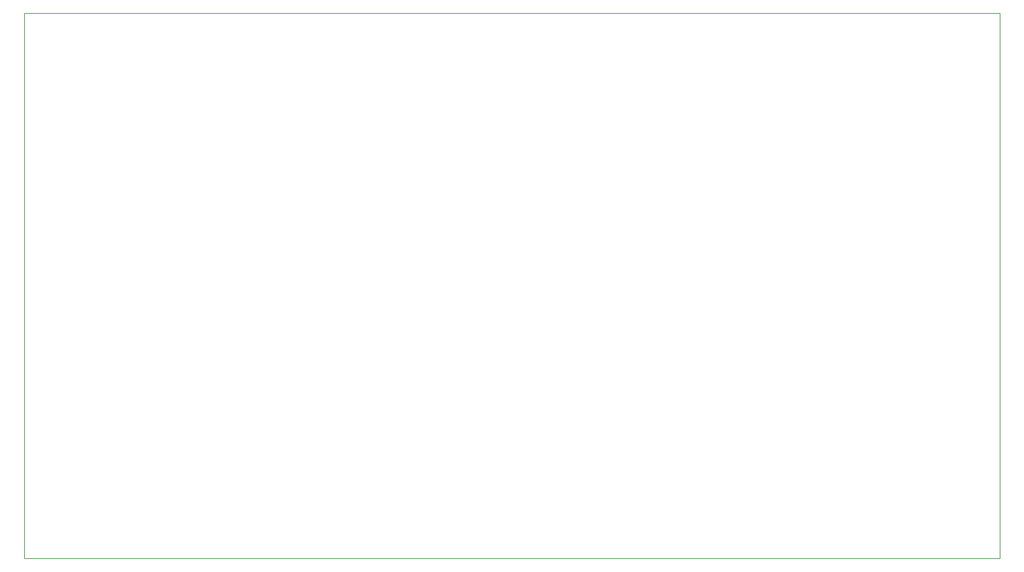
<source format=gbr>
G04*
G04 #@! TF.GenerationSoftware,Altium Limited,Altium Designer,24.0.1 (36)*
G04*
G04 Layer_Color=0*
%FSLAX25Y25*%
%MOIN*%
G70*
G04*
G04 #@! TF.SameCoordinates,EAEA65AB-E80B-4046-BB69-B77F90F57262*
G04*
G04*
G04 #@! TF.FilePolarity,Positive*
G04*
G01*
G75*
%ADD67C,0.00100*%
D67*
X0Y0D02*
Y277559D01*
X496063D01*
Y0D01*
X0D01*
M02*

</source>
